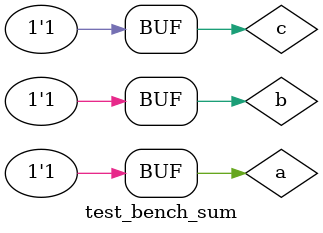
<source format=sv>
`timescale 1ns / 1ps
module test_bench_sum(); // creacion modulo "dummy"
logic a, b, c; // definicion de conexiones virtuales
logic s, cout;

SUM SUM_DUT( //instancia del modulo a testear
    .A (a),
    .B (b),
    .C (c),
    .S (s),
    .Cout (cout)
);
    initial //aca se asignan valores de
    begin
        a = 1'b0; b = 1'b0; c = 1'b0;
        #2
        a = 1'b0; b = 1'b0; c = 1'b1;
        #2
        a = 1'b0; b = 1'b1; c = 1'b0;
        #2
        a = 1'b0; b = 1'b1; c = 1'b1;
        #2
        a = 1'b1; b = 1'b0; c = 1'b0;
        #2
        a = 1'b1; b = 1'b0; c = 1'b1;
        #2
        a = 1'b1; b = 1'b1; c = 1'b0;
        #2
        a = 1'b1; b = 1'b1; c = 1'b1;
    end
endmodule

</source>
